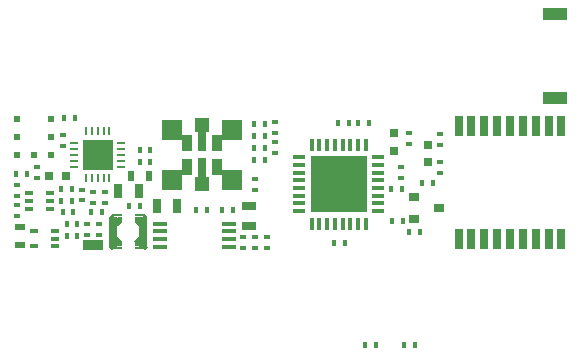
<source format=gtp>
G75*
%MOIN*%
%OFA0B0*%
%FSLAX24Y24*%
%IPPOS*%
%LPD*%
%AMOC8*
5,1,8,0,0,1.08239X$1,22.5*
%
%ADD10R,0.0700X0.0700*%
%ADD11R,0.0450X0.0450*%
%ADD12R,0.0280X0.0700*%
%ADD13R,0.0350X0.0560*%
%ADD14R,0.0098X0.0276*%
%ADD15R,0.0276X0.0098*%
%ADD16R,0.1024X0.1024*%
%ADD17R,0.0197X0.0236*%
%ADD18R,0.0236X0.0197*%
%ADD19R,0.0315X0.0709*%
%ADD20R,0.0276X0.0709*%
%ADD21R,0.0315X0.0315*%
%ADD22R,0.0472X0.0138*%
%ADD23R,0.0300X0.1000*%
%ADD24R,0.0350X0.0100*%
%ADD25R,0.0150X0.0175*%
%ADD26R,0.0141X0.0141*%
%ADD27R,0.0212X0.0212*%
%ADD28R,0.0315X0.0472*%
%ADD29R,0.0420X0.0140*%
%ADD30R,0.0140X0.0420*%
%ADD31R,0.1850X0.1850*%
%ADD32R,0.0236X0.0157*%
%ADD33R,0.0276X0.0512*%
%ADD34R,0.0157X0.0236*%
%ADD35R,0.0512X0.0276*%
%ADD36R,0.0197X0.0354*%
%ADD37R,0.0354X0.0197*%
%ADD38R,0.0315X0.0157*%
%ADD39R,0.0354X0.0315*%
%ADD40R,0.0709X0.0354*%
%ADD41R,0.0787X0.0394*%
D10*
X011996Y006363D03*
X013996Y006363D03*
X013996Y008017D03*
X011996Y008017D03*
D11*
X012996Y008167D03*
X012996Y006213D03*
D12*
X012996Y006740D03*
X012996Y007640D03*
D13*
X012496Y007590D03*
X013496Y007590D03*
X013496Y006790D03*
X012496Y006790D03*
D14*
X009925Y006402D03*
X009728Y006402D03*
X009532Y006402D03*
X009335Y006402D03*
X009138Y006402D03*
X009138Y007977D03*
X009335Y007977D03*
X009532Y007977D03*
X009728Y007977D03*
X009925Y007977D03*
D15*
X010319Y007583D03*
X010319Y007387D03*
X010319Y007190D03*
X010319Y006993D03*
X010319Y006796D03*
X008744Y006796D03*
X008744Y006993D03*
X008744Y007190D03*
X008744Y007387D03*
X008744Y007583D03*
D16*
X009532Y007190D03*
D17*
X007977Y007190D03*
X006835Y007190D03*
X006835Y007780D03*
X007977Y007780D03*
X007977Y008371D03*
X006835Y008371D03*
D18*
X007406Y007190D03*
D19*
X021973Y008135D03*
X022406Y008135D03*
X022839Y008135D03*
X023272Y008135D03*
X023705Y008135D03*
X024138Y008135D03*
X024571Y008135D03*
X024571Y004394D03*
X024138Y004394D03*
X023705Y004394D03*
X023272Y004394D03*
X022839Y004394D03*
X022406Y004394D03*
X021973Y004394D03*
D20*
X021559Y004394D03*
X024984Y004394D03*
X024984Y008135D03*
X021559Y008135D03*
D21*
X020555Y007524D03*
X019414Y007328D03*
X019414Y007918D03*
X020555Y006934D03*
X008488Y006481D03*
X007898Y006481D03*
D22*
X011608Y004896D03*
X011608Y004641D03*
X011608Y004385D03*
X011608Y004129D03*
X013912Y004129D03*
X013912Y004385D03*
X013912Y004641D03*
X013912Y004896D03*
D23*
X011055Y004631D03*
X010055Y004631D03*
D24*
X010180Y005181D03*
X010930Y005181D03*
X010930Y004081D03*
X010180Y004081D03*
D25*
X010280Y004218D03*
X010830Y004218D03*
X010830Y005043D03*
X010280Y005043D03*
D26*
G36*
X010103Y005131D02*
X010005Y005033D01*
X009907Y005131D01*
X010005Y005229D01*
X010103Y005131D01*
G37*
G36*
X011008Y005131D02*
X011106Y005229D01*
X011204Y005131D01*
X011106Y005033D01*
X011008Y005131D01*
G37*
G36*
X011008Y004130D02*
X011106Y004228D01*
X011204Y004130D01*
X011106Y004032D01*
X011008Y004130D01*
G37*
G36*
X010103Y004130D02*
X010005Y004032D01*
X009907Y004130D01*
X010005Y004228D01*
X010103Y004130D01*
G37*
D27*
G36*
X010354Y004307D02*
X010205Y004158D01*
X010056Y004307D01*
X010205Y004456D01*
X010354Y004307D01*
G37*
G36*
X010756Y004307D02*
X010905Y004456D01*
X011054Y004307D01*
X010905Y004158D01*
X010756Y004307D01*
G37*
G36*
X010756Y004955D02*
X010905Y005104D01*
X011054Y004955D01*
X010905Y004806D01*
X010756Y004955D01*
G37*
G36*
X010354Y004955D02*
X010205Y004806D01*
X010056Y004955D01*
X010205Y005104D01*
X010354Y004955D01*
G37*
D28*
X010201Y005969D03*
X010910Y005969D03*
D29*
X016253Y006076D03*
X016253Y005826D03*
X016253Y005566D03*
X016253Y005306D03*
X016253Y006336D03*
X016253Y006586D03*
X016253Y006846D03*
X016253Y007106D03*
X018873Y007106D03*
X018873Y006846D03*
X018873Y006586D03*
X018873Y006336D03*
X018873Y006076D03*
X018873Y005826D03*
X018873Y005566D03*
X018873Y005306D03*
D30*
X018463Y004896D03*
X018203Y004896D03*
X017943Y004896D03*
X017693Y004896D03*
X017433Y004896D03*
X017183Y004896D03*
X016923Y004896D03*
X016663Y004896D03*
X016663Y007516D03*
X016923Y007516D03*
X017183Y007516D03*
X017433Y007516D03*
X017693Y007516D03*
X017943Y007516D03*
X018203Y007516D03*
X018463Y007516D03*
D31*
X017563Y006206D03*
D32*
X019650Y006422D03*
X019650Y006776D03*
X020949Y006934D03*
X020949Y006580D03*
X020949Y007524D03*
X020949Y007879D03*
X019925Y007918D03*
X019925Y007564D03*
X015437Y007603D03*
X015437Y007918D03*
X015437Y008272D03*
X015437Y007249D03*
X014768Y006383D03*
X014768Y006028D03*
X014768Y004454D03*
X015162Y004454D03*
X015162Y004099D03*
X014768Y004099D03*
X014374Y004099D03*
X014374Y004454D03*
X009768Y005595D03*
X009374Y005595D03*
X009000Y005674D03*
X009374Y005950D03*
X009000Y006028D03*
X009768Y005950D03*
X009571Y004867D03*
X009177Y004867D03*
X009177Y004513D03*
X009571Y004513D03*
X006854Y005162D03*
X006854Y005517D03*
X006854Y005831D03*
X006854Y006186D03*
X007524Y006422D03*
X007524Y006776D03*
X008390Y007485D03*
X008390Y007839D03*
D33*
X011520Y005497D03*
X012189Y005497D03*
D34*
X012819Y005339D03*
X013173Y005339D03*
X013685Y005339D03*
X014040Y005339D03*
X010929Y005497D03*
X010575Y005497D03*
X009679Y005270D03*
X009325Y005270D03*
X008715Y005270D03*
X008360Y005270D03*
X008321Y005664D03*
X008675Y005664D03*
X008675Y006058D03*
X008321Y006058D03*
X007169Y006560D03*
X006815Y006560D03*
X008498Y004877D03*
X008853Y004877D03*
X008853Y004483D03*
X008498Y004483D03*
X010929Y006954D03*
X011284Y006954D03*
X011284Y007347D03*
X010929Y007347D03*
X008764Y008410D03*
X008410Y008410D03*
X014748Y008213D03*
X015103Y008213D03*
X015103Y007820D03*
X014748Y007820D03*
X014748Y007426D03*
X015103Y007426D03*
X015103Y007032D03*
X014748Y007032D03*
X017543Y008253D03*
X017898Y008253D03*
X018213Y008253D03*
X018567Y008253D03*
X020339Y006245D03*
X020693Y006245D03*
X019669Y006048D03*
X019315Y006048D03*
X019354Y004985D03*
X019709Y004985D03*
X019906Y004631D03*
X020260Y004631D03*
X017780Y004237D03*
X017425Y004237D03*
X018449Y000851D03*
X018803Y000851D03*
X019748Y000851D03*
X020103Y000851D03*
D35*
X014571Y004808D03*
X014571Y005477D03*
D36*
X011244Y006481D03*
X010654Y006481D03*
D37*
X006933Y004178D03*
X006933Y004769D03*
D38*
X007406Y004654D03*
X008114Y004654D03*
X008114Y004394D03*
X008114Y004134D03*
X007406Y004134D03*
X007248Y005398D03*
X007248Y005654D03*
X007248Y005910D03*
X007957Y005910D03*
X007957Y005654D03*
X007957Y005398D03*
D39*
X020083Y005044D03*
X020910Y005418D03*
X020083Y005792D03*
D40*
X009374Y004178D03*
D41*
X024768Y009089D03*
X024768Y011885D03*
M02*

</source>
